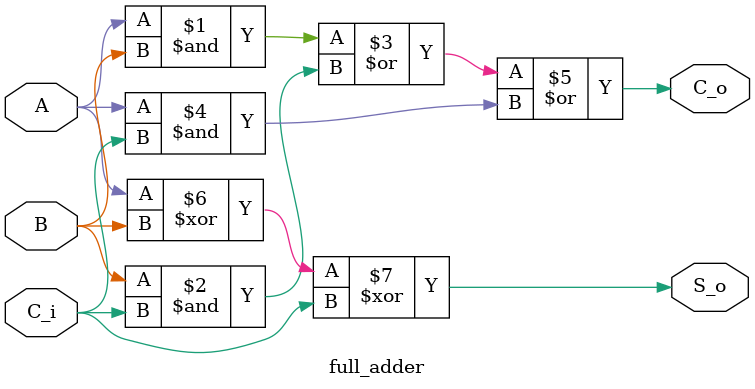
<source format=v>
module full_adder (
    input   A,
    input   B,
    input   C_i,
    output  C_o,
    output  S_o
);

    assign  C_o = (A & B) | (B & C_i) | (A & C_i);
    assign  S_o = A ^ B ^ C_i;
	 
endmodule

</source>
